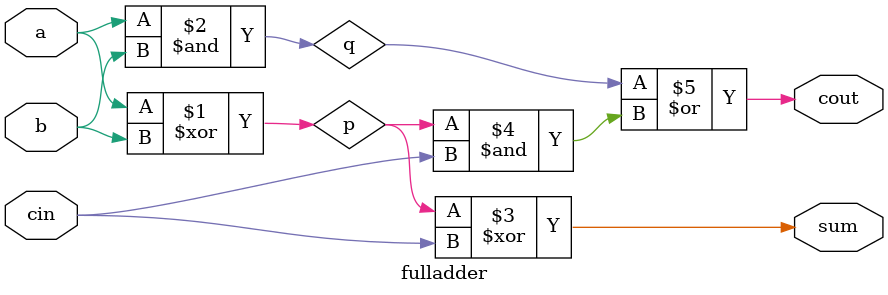
<source format=sv>
module fulladder(
  input logic a, b, cin, 
  output logic sum, cout
);
  logic p, q;  
  assign p = a ^ b;
  assign q = a & b;
  assign sum = p ^ cin;
  assign cout = q | (p & cin);
endmodule

</source>
